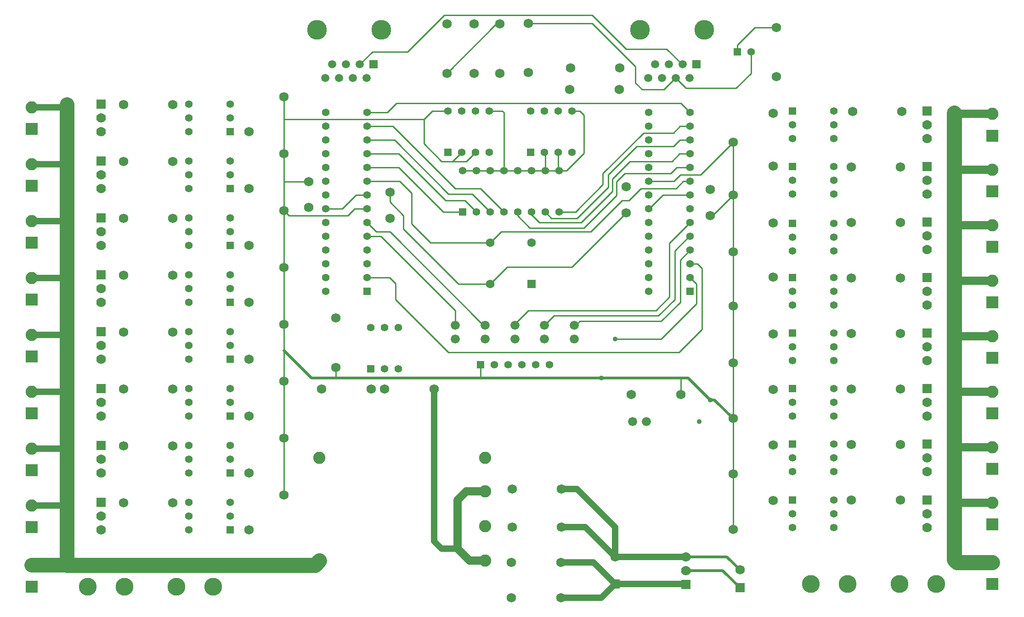
<source format=gbl>
G04 (created by PCBNEW (2013-07-07 BZR 4022)-stable) date 9/7/2014 7:10:48 AM*
%MOIN*%
G04 Gerber Fmt 3.4, Leading zero omitted, Abs format*
%FSLAX34Y34*%
G01*
G70*
G90*
G04 APERTURE LIST*
%ADD10C,0.00590551*%
%ADD11C,0.0885827*%
%ADD12C,0.07*%
%ADD13R,0.07X0.07*%
%ADD14R,0.0885827X0.0885827*%
%ADD15R,0.055X0.055*%
%ADD16C,0.055*%
%ADD17C,0.1437*%
%ADD18R,0.0591X0.0591*%
%ADD19C,0.0591*%
%ADD20C,0.0688976*%
%ADD21C,0.066*%
%ADD22R,0.0688976X0.0688976*%
%ADD23R,0.0629921X0.0629921*%
%ADD24C,0.0629921*%
%ADD25C,0.129921*%
%ADD26C,0.035*%
%ADD27C,0.01*%
%ADD28C,0.019685*%
%ADD29C,0.0472441*%
%ADD30C,0.0590551*%
%ADD31C,0.110236*%
%ADD32C,0.108268*%
G04 APERTURE END LIST*
G54D10*
G54D11*
X70472Y-75078D03*
X70472Y-82559D03*
X82480Y-75078D03*
X82480Y-77519D03*
X82480Y-80039D03*
X82480Y-82559D03*
G54D12*
X97047Y-82267D03*
X97047Y-83267D03*
G54D13*
X97047Y-84267D03*
G54D12*
X114566Y-51885D03*
X114566Y-50885D03*
G54D13*
X114566Y-49885D03*
G54D12*
X114566Y-55921D03*
X114566Y-54921D03*
G54D13*
X114566Y-53921D03*
G54D12*
X114566Y-59956D03*
X114566Y-58956D03*
G54D13*
X114566Y-57956D03*
G54D12*
X114566Y-63992D03*
X114566Y-62992D03*
G54D13*
X114566Y-61992D03*
G54D12*
X114566Y-68027D03*
X114566Y-67027D03*
G54D13*
X114566Y-66027D03*
G54D12*
X114566Y-72062D03*
X114566Y-71062D03*
G54D13*
X114566Y-70062D03*
G54D12*
X114566Y-76098D03*
X114566Y-75098D03*
G54D13*
X114566Y-74098D03*
G54D12*
X114566Y-80133D03*
X114566Y-79133D03*
G54D13*
X114566Y-78133D03*
G54D12*
X54625Y-51393D03*
X54625Y-50393D03*
G54D13*
X54625Y-49393D03*
G54D12*
X54625Y-55527D03*
X54625Y-54527D03*
G54D13*
X54625Y-53527D03*
G54D12*
X54625Y-59661D03*
X54625Y-58661D03*
G54D13*
X54625Y-57661D03*
G54D12*
X54625Y-63795D03*
X54625Y-62795D03*
G54D13*
X54625Y-61795D03*
G54D12*
X54625Y-72062D03*
X54625Y-71062D03*
G54D13*
X54625Y-70062D03*
G54D12*
X54625Y-76196D03*
X54625Y-75196D03*
G54D13*
X54625Y-74196D03*
G54D12*
X54625Y-80330D03*
X54625Y-79330D03*
G54D13*
X54625Y-78330D03*
G54D12*
X54625Y-67929D03*
X54625Y-66929D03*
G54D13*
X54625Y-65929D03*
G54D14*
X119291Y-71850D03*
G54D11*
X119291Y-70275D03*
G54D14*
X49606Y-51181D03*
G54D11*
X49606Y-49606D03*
G54D14*
X49606Y-55314D03*
G54D11*
X49606Y-53740D03*
G54D14*
X49606Y-59448D03*
G54D11*
X49606Y-57874D03*
G54D14*
X49606Y-63582D03*
G54D11*
X49606Y-62007D03*
G54D14*
X49606Y-67716D03*
G54D11*
X49606Y-66141D03*
G54D14*
X49606Y-71850D03*
G54D11*
X49606Y-70275D03*
G54D14*
X49606Y-75984D03*
G54D11*
X49606Y-74409D03*
G54D14*
X119291Y-79921D03*
G54D11*
X119291Y-78346D03*
G54D14*
X119291Y-75885D03*
G54D11*
X119291Y-74311D03*
G54D14*
X119291Y-67814D03*
G54D11*
X119291Y-66240D03*
G54D14*
X119291Y-63779D03*
G54D11*
X119291Y-62204D03*
G54D14*
X119291Y-59744D03*
G54D11*
X119291Y-58169D03*
G54D14*
X119291Y-55708D03*
G54D11*
X119291Y-54133D03*
G54D14*
X119291Y-51673D03*
G54D11*
X119291Y-50098D03*
G54D14*
X49606Y-80118D03*
G54D11*
X49606Y-78543D03*
G54D15*
X100779Y-45570D03*
G54D16*
X101779Y-45570D03*
G54D17*
X70299Y-43996D03*
X74972Y-43996D03*
G54D18*
X74387Y-46496D03*
G54D19*
X73887Y-47496D03*
X73387Y-46496D03*
X72887Y-47496D03*
X72387Y-46496D03*
X71887Y-47496D03*
X71387Y-46496D03*
X70887Y-47496D03*
G54D17*
X93724Y-43996D03*
X98397Y-43996D03*
G54D18*
X97812Y-46496D03*
G54D19*
X97312Y-47496D03*
X96812Y-46496D03*
X96312Y-47496D03*
X95812Y-46496D03*
X95312Y-47496D03*
X94812Y-46496D03*
X94312Y-47496D03*
G54D20*
X112637Y-70078D03*
X109055Y-70078D03*
X112637Y-74114D03*
X109055Y-74114D03*
X100503Y-55985D03*
X103401Y-53879D03*
X112637Y-78149D03*
X109055Y-78149D03*
X112637Y-66043D03*
X109055Y-66043D03*
X112637Y-62007D03*
X109055Y-62007D03*
X112637Y-57972D03*
X109055Y-57972D03*
X112637Y-53937D03*
X109055Y-53937D03*
X112736Y-49901D03*
X109153Y-49901D03*
X96692Y-70472D03*
X93110Y-70472D03*
X100503Y-60119D03*
X103401Y-58013D03*
X65353Y-76182D03*
X67886Y-73648D03*
X65353Y-80316D03*
X67886Y-77782D03*
X65353Y-72048D03*
X67886Y-69514D03*
X65353Y-67914D03*
X67886Y-65381D03*
X65353Y-63780D03*
X67886Y-61247D03*
X65353Y-59646D03*
X67886Y-57113D03*
X65353Y-55512D03*
X67886Y-52979D03*
X65353Y-51379D03*
X67886Y-48845D03*
X100503Y-64056D03*
X103401Y-61950D03*
X100503Y-68190D03*
X103401Y-66084D03*
X56259Y-57677D03*
X59842Y-57677D03*
X103641Y-47381D03*
X103641Y-43799D03*
X83562Y-43562D03*
X83562Y-47145D03*
X85629Y-47086D03*
X85629Y-43503D03*
X92263Y-46751D03*
X88681Y-46751D03*
X88641Y-48326D03*
X92224Y-48326D03*
X100503Y-72225D03*
X103401Y-70120D03*
X100503Y-76261D03*
X103401Y-74155D03*
X56259Y-49409D03*
X59842Y-49409D03*
X56259Y-53543D03*
X59842Y-53543D03*
X100503Y-52147D03*
X103401Y-50041D03*
X56259Y-61811D03*
X59842Y-61811D03*
X56259Y-65944D03*
X59842Y-65944D03*
X56259Y-70078D03*
X59842Y-70078D03*
X56259Y-74212D03*
X59842Y-74212D03*
X56259Y-78346D03*
X59842Y-78346D03*
X70629Y-70078D03*
X74212Y-70078D03*
X78779Y-70078D03*
X75196Y-70078D03*
X100503Y-80296D03*
X103401Y-78190D03*
G54D21*
X93200Y-72440D03*
X94200Y-72440D03*
G54D15*
X85803Y-52877D03*
G54D16*
X86803Y-52877D03*
X87803Y-52877D03*
X88803Y-52877D03*
X88803Y-49877D03*
X87803Y-49877D03*
X86803Y-49877D03*
X85803Y-49877D03*
G54D15*
X79799Y-52877D03*
G54D16*
X80799Y-52877D03*
X81799Y-52877D03*
X82799Y-52877D03*
X82799Y-49877D03*
X81799Y-49877D03*
X80799Y-49877D03*
X79799Y-49877D03*
G54D15*
X74196Y-68625D03*
G54D16*
X75196Y-68625D03*
X76196Y-68625D03*
X76196Y-65625D03*
X75196Y-65625D03*
X74196Y-65625D03*
G54D15*
X104799Y-58055D03*
G54D16*
X104799Y-59055D03*
X104799Y-60055D03*
X107799Y-60055D03*
X107799Y-59055D03*
X107799Y-58055D03*
G54D15*
X64000Y-80330D03*
G54D16*
X64000Y-79330D03*
X64000Y-78330D03*
X61000Y-78330D03*
X61000Y-79330D03*
X61000Y-80330D03*
G54D15*
X64000Y-76196D03*
G54D16*
X64000Y-75196D03*
X64000Y-74196D03*
X61000Y-74196D03*
X61000Y-75196D03*
X61000Y-76196D03*
G54D15*
X104799Y-49885D03*
G54D16*
X104799Y-50885D03*
X104799Y-51885D03*
X107799Y-51885D03*
X107799Y-50885D03*
X107799Y-49885D03*
G54D15*
X104799Y-53921D03*
G54D16*
X104799Y-54921D03*
X104799Y-55921D03*
X107799Y-55921D03*
X107799Y-54921D03*
X107799Y-53921D03*
G54D15*
X64000Y-72062D03*
G54D16*
X64000Y-71062D03*
X64000Y-70062D03*
X61000Y-70062D03*
X61000Y-71062D03*
X61000Y-72062D03*
G54D15*
X64000Y-67929D03*
G54D16*
X64000Y-66929D03*
X64000Y-65929D03*
X61000Y-65929D03*
X61000Y-66929D03*
X61000Y-67929D03*
G54D15*
X64000Y-63795D03*
G54D16*
X64000Y-62795D03*
X64000Y-61795D03*
X61000Y-61795D03*
X61000Y-62795D03*
X61000Y-63795D03*
G54D15*
X104799Y-61992D03*
G54D16*
X104799Y-62992D03*
X104799Y-63992D03*
X107799Y-63992D03*
X107799Y-62992D03*
X107799Y-61992D03*
G54D15*
X104799Y-66027D03*
G54D16*
X104799Y-67027D03*
X104799Y-68027D03*
X107799Y-68027D03*
X107799Y-67027D03*
X107799Y-66027D03*
G54D15*
X104799Y-70062D03*
G54D16*
X104799Y-71062D03*
X104799Y-72062D03*
X107799Y-72062D03*
X107799Y-71062D03*
X107799Y-70062D03*
G54D15*
X64000Y-59661D03*
G54D16*
X64000Y-58661D03*
X64000Y-57661D03*
X61000Y-57661D03*
X61000Y-58661D03*
X61000Y-59661D03*
G54D15*
X64000Y-55527D03*
G54D16*
X64000Y-54527D03*
X64000Y-53527D03*
X61000Y-53527D03*
X61000Y-54527D03*
X61000Y-55527D03*
G54D15*
X64000Y-51393D03*
G54D16*
X64000Y-50393D03*
X64000Y-49393D03*
X61000Y-49393D03*
X61000Y-50393D03*
X61000Y-51393D03*
G54D15*
X104799Y-78133D03*
G54D16*
X104799Y-79133D03*
X104799Y-80133D03*
X107799Y-80133D03*
X107799Y-79133D03*
X107799Y-78133D03*
G54D15*
X104799Y-74098D03*
G54D16*
X104799Y-75098D03*
X104799Y-76098D03*
X107799Y-76098D03*
X107799Y-75098D03*
X107799Y-74098D03*
G54D20*
X88031Y-80118D03*
X84448Y-80118D03*
X84409Y-85236D03*
X87992Y-85236D03*
X84409Y-82677D03*
X87992Y-82677D03*
X88031Y-77362D03*
X84448Y-77362D03*
X81692Y-43562D03*
X81692Y-47145D03*
X79724Y-43562D03*
X79724Y-47145D03*
G54D22*
X100984Y-84527D03*
G54D20*
X100984Y-83228D03*
G54D23*
X85866Y-62440D03*
G54D24*
X82874Y-62440D03*
X85866Y-59448D03*
X82874Y-59448D03*
G54D22*
X91929Y-84251D03*
G54D20*
X91929Y-82283D03*
G54D14*
X119291Y-84251D03*
G54D11*
X119291Y-82677D03*
G54D14*
X49606Y-84448D03*
G54D11*
X49606Y-82874D03*
G54D25*
X53661Y-84448D03*
X56318Y-84448D03*
X60098Y-84448D03*
X62755Y-84448D03*
X115236Y-84251D03*
X112578Y-84251D03*
X108799Y-84251D03*
X106141Y-84251D03*
G54D20*
X69685Y-56889D03*
X69685Y-55000D03*
X75590Y-57677D03*
X75590Y-55787D03*
X71653Y-64921D03*
X71653Y-68503D03*
G54D15*
X82145Y-68307D03*
G54D16*
X83145Y-68307D03*
X84145Y-68307D03*
X85145Y-68307D03*
X86145Y-68307D03*
X87145Y-68307D03*
G54D21*
X80314Y-66444D03*
X80314Y-65444D03*
X82480Y-66444D03*
X82480Y-65444D03*
X84645Y-66444D03*
X84645Y-65444D03*
X86811Y-66444D03*
X86811Y-65444D03*
X88976Y-66444D03*
X88976Y-65444D03*
G54D15*
X80850Y-57208D03*
G54D16*
X81850Y-57208D03*
X82850Y-57208D03*
X83850Y-57208D03*
X84850Y-57208D03*
X85850Y-57208D03*
X86850Y-57208D03*
X87850Y-57208D03*
X87850Y-54208D03*
X86850Y-54208D03*
X85850Y-54208D03*
X84850Y-54208D03*
X83850Y-54208D03*
X82850Y-54208D03*
X81850Y-54208D03*
X80850Y-54208D03*
G54D20*
X92716Y-57283D03*
X92716Y-55393D03*
X98818Y-57480D03*
X98818Y-55590D03*
G54D16*
X73940Y-61996D03*
X73940Y-60996D03*
X73940Y-59996D03*
X73940Y-58996D03*
X73940Y-57996D03*
X73940Y-56996D03*
X73940Y-55996D03*
X73940Y-54996D03*
X73940Y-53996D03*
X73940Y-52996D03*
X73940Y-51996D03*
X73940Y-50996D03*
X73940Y-49996D03*
G54D15*
X73940Y-62996D03*
G54D16*
X70940Y-49996D03*
X70940Y-50996D03*
X70940Y-51996D03*
X70940Y-52996D03*
X70940Y-53996D03*
X70940Y-54996D03*
X70940Y-55996D03*
X70940Y-56996D03*
X70940Y-57996D03*
X70940Y-58996D03*
X70940Y-59996D03*
X70940Y-60996D03*
X70940Y-61996D03*
X70940Y-62996D03*
X97366Y-61996D03*
X97366Y-60996D03*
X97366Y-59996D03*
X97366Y-58996D03*
X97366Y-57996D03*
X97366Y-56996D03*
X97366Y-55996D03*
X97366Y-54996D03*
X97366Y-53996D03*
X97366Y-52996D03*
X97366Y-51996D03*
X97366Y-50996D03*
X97366Y-49996D03*
G54D15*
X97366Y-62996D03*
G54D16*
X94366Y-49996D03*
X94366Y-50996D03*
X94366Y-51996D03*
X94366Y-52996D03*
X94366Y-53996D03*
X94366Y-54996D03*
X94366Y-55996D03*
X94366Y-56996D03*
X94366Y-57996D03*
X94366Y-58996D03*
X94366Y-59996D03*
X94366Y-60996D03*
X94366Y-61996D03*
X94366Y-62996D03*
G54D26*
X90944Y-69291D03*
X98818Y-70866D03*
X98031Y-72440D03*
X91929Y-66437D03*
G54D27*
X80133Y-53543D02*
X81133Y-53543D01*
X81133Y-53543D02*
X81799Y-52877D01*
X78051Y-50492D02*
X78051Y-52263D01*
X80133Y-53543D02*
X80799Y-52877D01*
X79330Y-53543D02*
X80133Y-53543D01*
X78051Y-52263D02*
X79330Y-53543D01*
X67886Y-50492D02*
X78051Y-50492D01*
X78665Y-49877D02*
X79799Y-49877D01*
X78051Y-50492D02*
X78665Y-49877D01*
X73940Y-56996D02*
X73023Y-56996D01*
X68253Y-57480D02*
X67886Y-57113D01*
X72539Y-57480D02*
X68253Y-57480D01*
X73023Y-56996D02*
X72539Y-57480D01*
X94366Y-54996D02*
X96185Y-54996D01*
X98122Y-54527D02*
X100503Y-52147D01*
X96653Y-54527D02*
X98122Y-54527D01*
X96185Y-54996D02*
X96653Y-54527D01*
X98818Y-57480D02*
X99008Y-57480D01*
X99008Y-57480D02*
X100503Y-55985D01*
X82145Y-68307D02*
X82145Y-69291D01*
X82145Y-69291D02*
X82086Y-69291D01*
X71653Y-68503D02*
X71653Y-69291D01*
X81948Y-69291D02*
X81889Y-69291D01*
G54D28*
X98818Y-70866D02*
X99143Y-70866D01*
X99143Y-70866D02*
X100503Y-72225D01*
G54D27*
X96692Y-70472D02*
X96692Y-69291D01*
X96692Y-69291D02*
X96653Y-69291D01*
G54D28*
X69881Y-69291D02*
X67886Y-67296D01*
X97244Y-69291D02*
X96653Y-69291D01*
X96653Y-69291D02*
X90944Y-69291D01*
X90944Y-69291D02*
X82086Y-69291D01*
X82086Y-69291D02*
X81889Y-69291D01*
X81889Y-69291D02*
X71653Y-69291D01*
X71653Y-69291D02*
X69881Y-69291D01*
X98818Y-70866D02*
X97244Y-69291D01*
X97047Y-83267D02*
X99724Y-83267D01*
X99724Y-83267D02*
X100984Y-84527D01*
G54D27*
X100503Y-76261D02*
X100503Y-72225D01*
X100503Y-72225D02*
X100503Y-68190D01*
X100503Y-68190D02*
X100503Y-64056D01*
X100503Y-64056D02*
X100503Y-60119D01*
X100503Y-60119D02*
X100503Y-55985D01*
X100503Y-55985D02*
X100503Y-52147D01*
X100503Y-80296D02*
X100503Y-76261D01*
X69685Y-55000D02*
X67886Y-55000D01*
X67886Y-52979D02*
X67886Y-50492D01*
X67886Y-50492D02*
X67886Y-48845D01*
X67886Y-57113D02*
X67886Y-56299D01*
X67886Y-56299D02*
X67886Y-55000D01*
X67886Y-55000D02*
X67886Y-52979D01*
X67886Y-61247D02*
X67886Y-59921D01*
X67886Y-59921D02*
X67886Y-57113D01*
X67886Y-65381D02*
X67886Y-63779D01*
X67886Y-63779D02*
X67886Y-61247D01*
X67886Y-69514D02*
X67886Y-67296D01*
X67886Y-67296D02*
X67886Y-65381D01*
X67886Y-73648D02*
X67886Y-70669D01*
X67886Y-70669D02*
X67886Y-69514D01*
X67886Y-77782D02*
X67886Y-73648D01*
X83562Y-43562D02*
X83307Y-43562D01*
X83307Y-43562D02*
X79724Y-47145D01*
X88803Y-49877D02*
X89346Y-49877D01*
X88409Y-54208D02*
X87850Y-54208D01*
X89665Y-52952D02*
X88409Y-54208D01*
X89665Y-50196D02*
X89665Y-52952D01*
X89346Y-49877D02*
X89665Y-50196D01*
X87803Y-52877D02*
X87803Y-54161D01*
X87803Y-54161D02*
X87850Y-54208D01*
X86850Y-54208D02*
X86850Y-52925D01*
X86850Y-52925D02*
X86803Y-52877D01*
X82799Y-49877D02*
X83736Y-49877D01*
X83850Y-49992D02*
X83850Y-54208D01*
X83736Y-49877D02*
X83850Y-49992D01*
X80850Y-54208D02*
X81850Y-54208D01*
X81850Y-54208D02*
X82850Y-54208D01*
X82850Y-54208D02*
X83850Y-54208D01*
X83850Y-54208D02*
X84850Y-54208D01*
X84850Y-54208D02*
X85850Y-54208D01*
X85850Y-54208D02*
X86850Y-54208D01*
X86850Y-54208D02*
X87850Y-54208D01*
X92716Y-57283D02*
X88779Y-61220D01*
X84094Y-61220D02*
X82874Y-62440D01*
X88779Y-61220D02*
X84094Y-61220D01*
X75590Y-55787D02*
X75590Y-56496D01*
X80551Y-62440D02*
X82874Y-62440D01*
X76574Y-58464D02*
X80551Y-62440D01*
X76574Y-57480D02*
X76574Y-58464D01*
X75590Y-56496D02*
X76574Y-57480D01*
X70940Y-56996D02*
X72137Y-56996D01*
X73137Y-55996D02*
X73940Y-55996D01*
X72137Y-56996D02*
X73137Y-55996D01*
X94366Y-56996D02*
X94381Y-56996D01*
X95381Y-55996D02*
X97366Y-55996D01*
X94381Y-56996D02*
X95381Y-55996D01*
G54D28*
X97047Y-82267D02*
X100023Y-82267D01*
X100023Y-82267D02*
X100984Y-83228D01*
G54D29*
X91929Y-82283D02*
X97031Y-82283D01*
X97031Y-82283D02*
X97047Y-82267D01*
X88031Y-77362D02*
X89173Y-77362D01*
X91929Y-80118D02*
X91929Y-82283D01*
X89173Y-77362D02*
X91929Y-80118D01*
X88031Y-80118D02*
X89763Y-80118D01*
X89763Y-80118D02*
X91929Y-82283D01*
G54D30*
X119291Y-50098D02*
X116535Y-50098D01*
G54D31*
X116535Y-50000D02*
X116535Y-54133D01*
G54D30*
X116535Y-50098D02*
X116535Y-50000D01*
X119291Y-54133D02*
X116535Y-54133D01*
X119291Y-58169D02*
X116535Y-58169D01*
X116535Y-58169D02*
X116535Y-58267D01*
X119291Y-62204D02*
X116535Y-62204D01*
X119291Y-66240D02*
X116535Y-66240D01*
X116535Y-66240D02*
X116535Y-66141D01*
X119291Y-70275D02*
X116535Y-70275D01*
X119291Y-74311D02*
X116535Y-74311D01*
X119291Y-78346D02*
X116535Y-78346D01*
G54D31*
X119291Y-82677D02*
X116732Y-82677D01*
X116535Y-82480D02*
X116535Y-78346D01*
X116535Y-78346D02*
X116535Y-74311D01*
X116535Y-74311D02*
X116535Y-70275D01*
X116535Y-70275D02*
X116535Y-66141D01*
X116535Y-66141D02*
X116535Y-62204D01*
X116535Y-62204D02*
X116535Y-58267D01*
X116535Y-58267D02*
X116535Y-54133D01*
X116732Y-82677D02*
X116535Y-82480D01*
X52165Y-82874D02*
X70157Y-82874D01*
X70157Y-82874D02*
X70472Y-82559D01*
G54D29*
X49606Y-49606D02*
X52165Y-49606D01*
G54D32*
X52165Y-49409D02*
X52165Y-53740D01*
G54D29*
X52165Y-49606D02*
X52165Y-49409D01*
X49606Y-78543D02*
X52165Y-78543D01*
X49606Y-74409D02*
X52165Y-74409D01*
X52165Y-74409D02*
X52165Y-74606D01*
X49606Y-70275D02*
X52165Y-70275D01*
X49606Y-66141D02*
X52165Y-66141D01*
X52165Y-66141D02*
X52165Y-65944D01*
X49606Y-62007D02*
X52165Y-62007D01*
X49606Y-57874D02*
X52165Y-57874D01*
X49606Y-53740D02*
X52165Y-53740D01*
G54D32*
X52165Y-82874D02*
X52165Y-78543D01*
X52165Y-78543D02*
X52165Y-74606D01*
X52165Y-74606D02*
X52165Y-70275D01*
X52165Y-70275D02*
X52165Y-65944D01*
X52165Y-65944D02*
X52165Y-62007D01*
X52165Y-62007D02*
X52165Y-57874D01*
X52165Y-57874D02*
X52165Y-53740D01*
X49606Y-82874D02*
X52165Y-82874D01*
G54D27*
X96812Y-46496D02*
X96791Y-46496D01*
X74312Y-45570D02*
X73387Y-46496D01*
X76870Y-45570D02*
X74312Y-45570D01*
X79527Y-42913D02*
X76870Y-45570D01*
X90255Y-42913D02*
X79527Y-42913D01*
X92716Y-45374D02*
X90255Y-42913D01*
X95669Y-45374D02*
X92716Y-45374D01*
X96791Y-46496D02*
X95669Y-45374D01*
X97834Y-62464D02*
X97366Y-61996D01*
X97834Y-63877D02*
X97834Y-62464D01*
X95275Y-66437D02*
X97834Y-63877D01*
X91929Y-66437D02*
X95275Y-66437D01*
G54D29*
X91929Y-84251D02*
X97031Y-84251D01*
X97031Y-84251D02*
X97047Y-84267D01*
X87992Y-85236D02*
X90944Y-85236D01*
X90944Y-85236D02*
X91929Y-84251D01*
X87992Y-82677D02*
X90354Y-82677D01*
X90354Y-82677D02*
X91929Y-84251D01*
G54D27*
X73940Y-54996D02*
X76303Y-54996D01*
X78543Y-59448D02*
X82874Y-59448D01*
X77165Y-58070D02*
X78543Y-59448D01*
X77165Y-55858D02*
X77165Y-58070D01*
X76303Y-54996D02*
X77165Y-55858D01*
X97366Y-54996D02*
X96874Y-54996D01*
X83661Y-58661D02*
X82874Y-59448D01*
X90157Y-58661D02*
X83661Y-58661D01*
X92421Y-56397D02*
X90157Y-58661D01*
X92913Y-56397D02*
X92421Y-56397D01*
X93799Y-55511D02*
X92913Y-56397D01*
X96358Y-55511D02*
X93799Y-55511D01*
X96874Y-54996D02*
X96358Y-55511D01*
X100779Y-45570D02*
X100779Y-45086D01*
X102066Y-43799D02*
X103641Y-43799D01*
X100779Y-45086D02*
X102066Y-43799D01*
G54D29*
X78779Y-70078D02*
X78779Y-81141D01*
X79330Y-81692D02*
X78779Y-81141D01*
X79330Y-81692D02*
X80511Y-81692D01*
G54D30*
X82480Y-77519D02*
X81141Y-77519D01*
X81377Y-82559D02*
X82480Y-82559D01*
X80511Y-81692D02*
X81377Y-82559D01*
X80511Y-78149D02*
X80511Y-81692D01*
X81141Y-77519D02*
X80511Y-78149D01*
G54D27*
X96312Y-47496D02*
X96303Y-47496D01*
X90255Y-43503D02*
X85629Y-43503D01*
X93405Y-46653D02*
X90255Y-43503D01*
X93405Y-47834D02*
X93405Y-46653D01*
X93897Y-48326D02*
X93405Y-47834D01*
X95472Y-48326D02*
X93897Y-48326D01*
X96303Y-47496D02*
X95472Y-48326D01*
X96312Y-47496D02*
X96314Y-47496D01*
X101779Y-47137D02*
X101779Y-45570D01*
X100688Y-48228D02*
X101779Y-47137D01*
X97047Y-48228D02*
X100688Y-48228D01*
X96314Y-47496D02*
X97047Y-48228D01*
X86850Y-57208D02*
X86850Y-57224D01*
X96625Y-51996D02*
X97366Y-51996D01*
X96161Y-52460D02*
X96625Y-51996D01*
X93503Y-52460D02*
X96161Y-52460D01*
X91437Y-54527D02*
X93503Y-52460D01*
X91437Y-55413D02*
X91437Y-54527D01*
X89173Y-57677D02*
X91437Y-55413D01*
X87303Y-57677D02*
X89173Y-57677D01*
X86850Y-57224D02*
X87303Y-57677D01*
X87850Y-57208D02*
X89051Y-57208D01*
X96641Y-50996D02*
X97366Y-50996D01*
X96161Y-51476D02*
X96641Y-50996D01*
X93996Y-51476D02*
X96161Y-51476D01*
X91043Y-54429D02*
X93996Y-51476D01*
X91043Y-55216D02*
X91043Y-54429D01*
X89051Y-57208D02*
X91043Y-55216D01*
X85850Y-57208D02*
X85850Y-57405D01*
X96610Y-52996D02*
X97366Y-52996D01*
X96062Y-53543D02*
X96610Y-52996D01*
X93011Y-53543D02*
X96062Y-53543D01*
X91732Y-54822D02*
X93011Y-53543D01*
X91732Y-55708D02*
X91732Y-54822D01*
X89468Y-57972D02*
X91732Y-55708D01*
X86417Y-57972D02*
X89468Y-57972D01*
X85850Y-57405D02*
X86417Y-57972D01*
X84850Y-57208D02*
X84850Y-57488D01*
X96397Y-53996D02*
X97366Y-53996D01*
X95964Y-54429D02*
X96397Y-53996D01*
X92618Y-54429D02*
X95964Y-54429D01*
X92027Y-55019D02*
X92618Y-54429D01*
X92027Y-56003D02*
X92027Y-55019D01*
X89665Y-58366D02*
X92027Y-56003D01*
X85728Y-58366D02*
X89665Y-58366D01*
X84850Y-57488D02*
X85728Y-58366D01*
X73940Y-57996D02*
X74606Y-58661D01*
X82374Y-65444D02*
X82480Y-65444D01*
X75590Y-58661D02*
X82374Y-65444D01*
X74606Y-58661D02*
X75590Y-58661D01*
X73940Y-58996D02*
X74940Y-58996D01*
X80314Y-64370D02*
X80314Y-65444D01*
X74940Y-58996D02*
X80314Y-64370D01*
X84645Y-65444D02*
X84645Y-65354D01*
X95866Y-59496D02*
X97366Y-57996D01*
X95866Y-63385D02*
X95866Y-59496D01*
X94881Y-64370D02*
X95866Y-63385D01*
X85629Y-64370D02*
X94881Y-64370D01*
X84645Y-65354D02*
X85629Y-64370D01*
X97366Y-58996D02*
X97303Y-58996D01*
X87492Y-64763D02*
X86811Y-65444D01*
X95078Y-64763D02*
X87492Y-64763D01*
X96259Y-63582D02*
X95078Y-64763D01*
X96259Y-60039D02*
X96259Y-63582D01*
X97303Y-58996D02*
X96259Y-60039D01*
X88976Y-65444D02*
X89082Y-65444D01*
X96653Y-60708D02*
X97366Y-59996D01*
X96653Y-63779D02*
X96653Y-60708D01*
X95275Y-65157D02*
X96653Y-63779D01*
X89370Y-65157D02*
X95275Y-65157D01*
X89082Y-65444D02*
X89370Y-65157D01*
X73940Y-53996D02*
X76240Y-53996D01*
X79452Y-57208D02*
X80850Y-57208D01*
X76240Y-53996D02*
X79452Y-57208D01*
X73940Y-52996D02*
X76224Y-52996D01*
X81039Y-56397D02*
X81850Y-57208D01*
X79625Y-56397D02*
X81039Y-56397D01*
X76224Y-52996D02*
X79625Y-56397D01*
X73940Y-51996D02*
X75913Y-51996D01*
X81547Y-55905D02*
X82850Y-57208D01*
X79822Y-55905D02*
X81547Y-55905D01*
X75913Y-51996D02*
X79822Y-55905D01*
X73940Y-50996D02*
X75799Y-50996D01*
X82153Y-55511D02*
X83850Y-57208D01*
X80314Y-55511D02*
X82153Y-55511D01*
X75799Y-50996D02*
X80314Y-55511D01*
X97366Y-60996D02*
X97905Y-60996D01*
X75578Y-61996D02*
X73940Y-61996D01*
X75984Y-62401D02*
X75578Y-61996D01*
X75984Y-63582D02*
X75984Y-62401D01*
X79822Y-67421D02*
X75984Y-63582D01*
X96555Y-67421D02*
X79822Y-67421D01*
X98228Y-65748D02*
X96555Y-67421D01*
X98228Y-61318D02*
X98228Y-65748D01*
X97905Y-60996D02*
X98228Y-61318D01*
X73940Y-49996D02*
X75389Y-49996D01*
X96681Y-49311D02*
X97366Y-49996D01*
X76074Y-49311D02*
X96681Y-49311D01*
X75389Y-49996D02*
X76074Y-49311D01*
M02*

</source>
